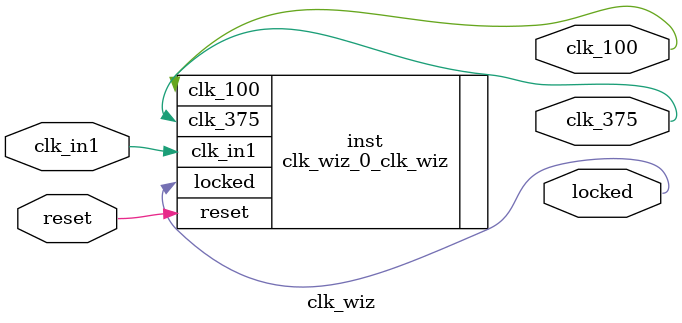
<source format=v>
`timescale 1ns / 1ps

module clk_wiz(
    output        clk_100,
    output        clk_375,

    input         reset,
    output        locked,

    input         clk_in1
 );

clk_wiz_0_clk_wiz inst(
    .clk_100(clk_100),
    .clk_375(clk_375),

    .reset(reset), 
    .locked(locked),

    .clk_in1(clk_in1)
);


endmodule

</source>
